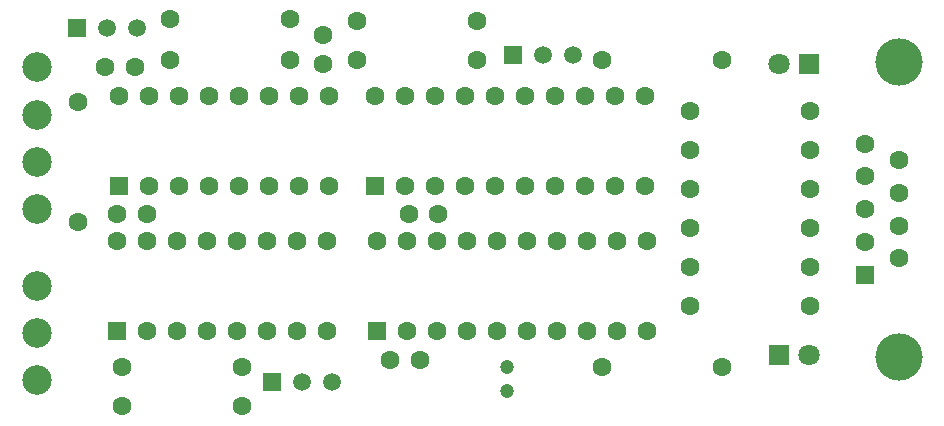
<source format=gbr>
%TF.GenerationSoftware,KiCad,Pcbnew,9.0.3-9.0.3-0~ubuntu24.04.1*%
%TF.CreationDate,2025-12-16T09:39:44+00:00*%
%TF.ProjectId,SuperNinePin,53757065-724e-4696-9e65-50696e2e6b69,rev?*%
%TF.SameCoordinates,Original*%
%TF.FileFunction,Soldermask,Bot*%
%TF.FilePolarity,Negative*%
%FSLAX46Y46*%
G04 Gerber Fmt 4.6, Leading zero omitted, Abs format (unit mm)*
G04 Created by KiCad (PCBNEW 9.0.3-9.0.3-0~ubuntu24.04.1) date 2025-12-16 09:39:44*
%MOMM*%
%LPD*%
G01*
G04 APERTURE LIST*
G04 Aperture macros list*
%AMRoundRect*
0 Rectangle with rounded corners*
0 $1 Rounding radius*
0 $2 $3 $4 $5 $6 $7 $8 $9 X,Y pos of 4 corners*
0 Add a 4 corners polygon primitive as box body*
4,1,4,$2,$3,$4,$5,$6,$7,$8,$9,$2,$3,0*
0 Add four circle primitives for the rounded corners*
1,1,$1+$1,$2,$3*
1,1,$1+$1,$4,$5*
1,1,$1+$1,$6,$7*
1,1,$1+$1,$8,$9*
0 Add four rect primitives between the rounded corners*
20,1,$1+$1,$2,$3,$4,$5,0*
20,1,$1+$1,$4,$5,$6,$7,0*
20,1,$1+$1,$6,$7,$8,$9,0*
20,1,$1+$1,$8,$9,$2,$3,0*%
G04 Aperture macros list end*
%ADD10C,1.600000*%
%ADD11RoundRect,0.250000X0.550000X-0.550000X0.550000X0.550000X-0.550000X0.550000X-0.550000X-0.550000X0*%
%ADD12C,2.500000*%
%ADD13R,1.500000X1.500000*%
%ADD14C,1.500000*%
%ADD15R,1.800000X1.800000*%
%ADD16C,1.800000*%
%ADD17C,4.000000*%
%ADD18R,1.600000X1.600000*%
%ADD19C,1.200000*%
G04 APERTURE END LIST*
D10*
%TO.C,C7*%
X175748000Y-65659000D03*
X173248000Y-65659000D03*
%TD*%
D11*
%TO.C,U2*%
X172085000Y-63246000D03*
D10*
X174625000Y-63246000D03*
X177165000Y-63246000D03*
X179705000Y-63246000D03*
X182245000Y-63246000D03*
X184785000Y-63246000D03*
X187325000Y-63246000D03*
X189865000Y-63246000D03*
X192405000Y-63246000D03*
X194945000Y-63246000D03*
X194945000Y-55626000D03*
X192405000Y-55626000D03*
X189865000Y-55626000D03*
X187325000Y-55626000D03*
X184785000Y-55626000D03*
X182245000Y-55626000D03*
X179705000Y-55626000D03*
X177165000Y-55626000D03*
X174625000Y-55626000D03*
X172085000Y-55626000D03*
%TD*%
D11*
%TO.C,U1*%
X150241000Y-50927000D03*
D10*
X152781000Y-50927000D03*
X155321000Y-50927000D03*
X157861000Y-50927000D03*
X160401000Y-50927000D03*
X162941000Y-50927000D03*
X165481000Y-50927000D03*
X168021000Y-50927000D03*
X168021000Y-43307000D03*
X165481000Y-43307000D03*
X162941000Y-43307000D03*
X160401000Y-43307000D03*
X157861000Y-43307000D03*
X155321000Y-43307000D03*
X152781000Y-43307000D03*
X150241000Y-43307000D03*
%TD*%
D12*
%TO.C,J2*%
X143357600Y-40895500D03*
X143357600Y-44895500D03*
X143357600Y-48895500D03*
X143357600Y-52895500D03*
X143357600Y-59395500D03*
X143357600Y-63395500D03*
X143357600Y-67395500D03*
%TD*%
D10*
%TO.C,C1*%
X167513000Y-38120000D03*
X167513000Y-40620000D03*
%TD*%
D13*
%TO.C,Q1*%
X163195000Y-67543000D03*
D14*
X165735000Y-67543000D03*
X168275000Y-67543000D03*
%TD*%
D10*
%TO.C,R5*%
X164719000Y-36830000D03*
X154559000Y-36830000D03*
%TD*%
%TO.C,R3*%
X180594000Y-40259000D03*
X170434000Y-40259000D03*
%TD*%
D11*
%TO.C,U3*%
X171958000Y-50927000D03*
D10*
X174498000Y-50927000D03*
X177038000Y-50927000D03*
X179578000Y-50927000D03*
X182118000Y-50927000D03*
X184658000Y-50927000D03*
X187198000Y-50927000D03*
X189738000Y-50927000D03*
X192278000Y-50927000D03*
X194818000Y-50927000D03*
X194818000Y-43307000D03*
X192278000Y-43307000D03*
X189738000Y-43307000D03*
X187198000Y-43307000D03*
X184658000Y-43307000D03*
X182118000Y-43307000D03*
X179578000Y-43307000D03*
X177038000Y-43307000D03*
X174498000Y-43307000D03*
X171958000Y-43307000D03*
%TD*%
D13*
%TO.C,Q3*%
X146685000Y-37571000D03*
D14*
X149225000Y-37571000D03*
X151765000Y-37571000D03*
%TD*%
D10*
%TO.C,R11*%
X198628000Y-54483000D03*
X208788000Y-54483000D03*
%TD*%
%TO.C,R9*%
X198628000Y-61087000D03*
X208788000Y-61087000D03*
%TD*%
%TO.C,R12*%
X198628000Y-51181000D03*
X208788000Y-51181000D03*
%TD*%
%TO.C,R1*%
X150495000Y-66294000D03*
X160655000Y-66294000D03*
%TD*%
%TO.C,R4*%
X180594000Y-36957000D03*
X170434000Y-36957000D03*
%TD*%
%TO.C,R6*%
X191135000Y-40259000D03*
X201295000Y-40259000D03*
%TD*%
%TO.C,R2*%
X150495000Y-69596000D03*
X160655000Y-69596000D03*
%TD*%
%TO.C,R14*%
X198628000Y-44577000D03*
X208788000Y-44577000D03*
%TD*%
D15*
%TO.C,D2*%
X208661000Y-40640000D03*
D16*
X206121000Y-40640000D03*
%TD*%
D10*
%TO.C,R8*%
X146812000Y-43815000D03*
X146812000Y-53975000D03*
%TD*%
%TO.C,C4*%
X149118000Y-40894000D03*
X151618000Y-40894000D03*
%TD*%
D13*
%TO.C,Q2*%
X183642000Y-39878000D03*
D14*
X186182000Y-39878000D03*
X188722000Y-39878000D03*
%TD*%
D10*
%TO.C,R13*%
X198628000Y-47879000D03*
X208788000Y-47879000D03*
%TD*%
%TO.C,R10*%
X198628000Y-57785000D03*
X208788000Y-57785000D03*
%TD*%
D17*
%TO.C,J3*%
X216281000Y-65395500D03*
X216281000Y-40395500D03*
D18*
X213441000Y-58435500D03*
D10*
X213441000Y-55665500D03*
X213441000Y-52895500D03*
X213441000Y-50125500D03*
X213441000Y-47355500D03*
X216281000Y-57050500D03*
X216281000Y-54280500D03*
X216281000Y-51510500D03*
X216281000Y-48740500D03*
%TD*%
D19*
%TO.C,C2*%
X183134000Y-68294000D03*
X183134000Y-66294000D03*
%TD*%
D10*
%TO.C,R15*%
X201295000Y-66294000D03*
X191135000Y-66294000D03*
%TD*%
%TO.C,C6*%
X174792000Y-53340000D03*
X177292000Y-53340000D03*
%TD*%
D11*
%TO.C,U9*%
X150114000Y-63246000D03*
D10*
X152654000Y-63246000D03*
X155194000Y-63246000D03*
X157734000Y-63246000D03*
X160274000Y-63246000D03*
X162814000Y-63246000D03*
X165354000Y-63246000D03*
X167894000Y-63246000D03*
X167894000Y-55626000D03*
X165354000Y-55626000D03*
X162814000Y-55626000D03*
X160274000Y-55626000D03*
X157734000Y-55626000D03*
X155194000Y-55626000D03*
X152654000Y-55626000D03*
X150114000Y-55626000D03*
%TD*%
%TO.C,C5*%
X150134000Y-53340000D03*
X152634000Y-53340000D03*
%TD*%
D15*
%TO.C,D1*%
X206121000Y-65278000D03*
D16*
X208661000Y-65278000D03*
%TD*%
D10*
%TO.C,R7*%
X164719000Y-40259000D03*
X154559000Y-40259000D03*
%TD*%
M02*

</source>
